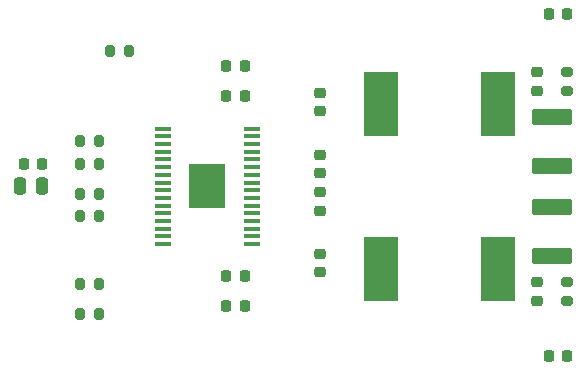
<source format=gbr>
%TF.GenerationSoftware,KiCad,Pcbnew,7.0.11+dfsg-1build4*%
%TF.CreationDate,2025-07-19T01:01:55+04:00*%
%TF.ProjectId,tpa3116_amplifier_board,74706133-3131-4365-9f61-6d706c696669,rev?*%
%TF.SameCoordinates,Original*%
%TF.FileFunction,Paste,Top*%
%TF.FilePolarity,Positive*%
%FSLAX46Y46*%
G04 Gerber Fmt 4.6, Leading zero omitted, Abs format (unit mm)*
G04 Created by KiCad (PCBNEW 7.0.11+dfsg-1build4) date 2025-07-19 01:01:55*
%MOMM*%
%LPD*%
G01*
G04 APERTURE LIST*
G04 Aperture macros list*
%AMRoundRect*
0 Rectangle with rounded corners*
0 $1 Rounding radius*
0 $2 $3 $4 $5 $6 $7 $8 $9 X,Y pos of 4 corners*
0 Add a 4 corners polygon primitive as box body*
4,1,4,$2,$3,$4,$5,$6,$7,$8,$9,$2,$3,0*
0 Add four circle primitives for the rounded corners*
1,1,$1+$1,$2,$3*
1,1,$1+$1,$4,$5*
1,1,$1+$1,$6,$7*
1,1,$1+$1,$8,$9*
0 Add four rect primitives between the rounded corners*
20,1,$1+$1,$2,$3,$4,$5,0*
20,1,$1+$1,$4,$5,$6,$7,0*
20,1,$1+$1,$6,$7,$8,$9,0*
20,1,$1+$1,$8,$9,$2,$3,0*%
G04 Aperture macros list end*
%ADD10RoundRect,0.200000X-0.200000X-0.275000X0.200000X-0.275000X0.200000X0.275000X-0.200000X0.275000X0*%
%ADD11RoundRect,0.200000X0.200000X0.275000X-0.200000X0.275000X-0.200000X-0.275000X0.200000X-0.275000X0*%
%ADD12RoundRect,0.249999X1.450001X-0.450001X1.450001X0.450001X-1.450001X0.450001X-1.450001X-0.450001X0*%
%ADD13RoundRect,0.250000X-0.250000X-0.475000X0.250000X-0.475000X0.250000X0.475000X-0.250000X0.475000X0*%
%ADD14RoundRect,0.225000X-0.250000X0.225000X-0.250000X-0.225000X0.250000X-0.225000X0.250000X0.225000X0*%
%ADD15RoundRect,0.225000X0.225000X0.250000X-0.225000X0.250000X-0.225000X-0.250000X0.225000X-0.250000X0*%
%ADD16RoundRect,0.225000X0.250000X-0.225000X0.250000X0.225000X-0.250000X0.225000X-0.250000X-0.225000X0*%
%ADD17R,2.900000X5.400000*%
%ADD18RoundRect,0.225000X-0.225000X-0.250000X0.225000X-0.250000X0.225000X0.250000X-0.225000X0.250000X0*%
%ADD19RoundRect,0.200000X0.275000X-0.200000X0.275000X0.200000X-0.275000X0.200000X-0.275000X-0.200000X0*%
%ADD20R,1.475000X0.450000*%
%ADD21R,3.040000X3.740000*%
%ADD22RoundRect,0.200000X-0.275000X0.200000X-0.275000X-0.200000X0.275000X-0.200000X0.275000X0.200000X0*%
G04 APERTURE END LIST*
D10*
%TO.C,R4*%
X113643000Y-118110000D03*
X115293000Y-118110000D03*
%TD*%
D11*
%TO.C,R6*%
X115315000Y-128270000D03*
X113665000Y-128270000D03*
%TD*%
D12*
%TO.C,C17*%
X153670000Y-118255000D03*
X153670000Y-114155000D03*
%TD*%
D13*
%TO.C,C6*%
X108589999Y-120014999D03*
X110489999Y-120014999D03*
%TD*%
D11*
%TO.C,R7*%
X117833000Y-108585000D03*
X116183000Y-108585000D03*
%TD*%
D14*
%TO.C,C12*%
X133963000Y-117335000D03*
X133963000Y-118885000D03*
%TD*%
D15*
%TO.C,C7*%
X127613000Y-112395000D03*
X126063000Y-112395000D03*
%TD*%
D11*
%TO.C,R5*%
X115315000Y-130810000D03*
X113665000Y-130810000D03*
%TD*%
D16*
%TO.C,C13*%
X133963000Y-122060000D03*
X133963000Y-120510000D03*
%TD*%
D15*
%TO.C,C9*%
X127613000Y-127635000D03*
X126063000Y-127635000D03*
%TD*%
D17*
%TO.C,L2*%
X139195000Y-127000000D03*
X149095000Y-127000000D03*
%TD*%
D16*
%TO.C,C11*%
X133985000Y-113665000D03*
X133985000Y-112115000D03*
%TD*%
D14*
%TO.C,C20*%
X152400000Y-128130000D03*
X152400000Y-129680000D03*
%TD*%
D18*
%TO.C,C8*%
X126063000Y-109855000D03*
X127613000Y-109855000D03*
%TD*%
D19*
%TO.C,R8*%
X154940000Y-111950000D03*
X154940000Y-110300000D03*
%TD*%
D20*
%TO.C,IC1*%
X120672000Y-115140000D03*
X120672000Y-115790000D03*
X120672000Y-116440000D03*
X120672000Y-117090000D03*
X120672000Y-117740000D03*
X120672000Y-118390000D03*
X120672000Y-119040000D03*
X120672000Y-119690000D03*
X120672000Y-120340000D03*
X120672000Y-120990000D03*
X120672000Y-121640000D03*
X120672000Y-122290000D03*
X120672000Y-122940000D03*
X120672000Y-123590000D03*
X120672000Y-124240000D03*
X120672000Y-124890000D03*
X128248000Y-124890000D03*
X128248000Y-124240000D03*
X128248000Y-123590000D03*
X128248000Y-122940000D03*
X128248000Y-122290000D03*
X128248000Y-121640000D03*
X128248000Y-120990000D03*
X128248000Y-120340000D03*
X128248000Y-119690000D03*
X128248000Y-119040000D03*
X128248000Y-118390000D03*
X128248000Y-117740000D03*
X128248000Y-117090000D03*
X128248000Y-116440000D03*
X128248000Y-115790000D03*
X128248000Y-115140000D03*
D21*
X124460000Y-120015000D03*
%TD*%
D10*
%TO.C,R3*%
X113643000Y-120650000D03*
X115293000Y-120650000D03*
%TD*%
D22*
%TO.C,R9*%
X154940000Y-128080000D03*
X154940000Y-129730000D03*
%TD*%
D18*
%TO.C,C5*%
X108940000Y-118110000D03*
X110490000Y-118110000D03*
%TD*%
D17*
%TO.C,L1*%
X139195000Y-113030000D03*
X149095000Y-113030000D03*
%TD*%
D11*
%TO.C,R2*%
X115293000Y-116205000D03*
X113643000Y-116205000D03*
%TD*%
D15*
%TO.C,C10*%
X127613000Y-130175000D03*
X126063000Y-130175000D03*
%TD*%
D18*
%TO.C,C21*%
X153390000Y-105410000D03*
X154940000Y-105410000D03*
%TD*%
D14*
%TO.C,C14*%
X133963000Y-125730000D03*
X133963000Y-127280000D03*
%TD*%
D12*
%TO.C,C18*%
X153670000Y-125875000D03*
X153670000Y-121775000D03*
%TD*%
D11*
%TO.C,R1*%
X115293000Y-122555000D03*
X113643000Y-122555000D03*
%TD*%
D14*
%TO.C,C19*%
X152400000Y-110350000D03*
X152400000Y-111900000D03*
%TD*%
D18*
%TO.C,C22*%
X153390000Y-134340000D03*
X154940000Y-134340000D03*
%TD*%
M02*

</source>
